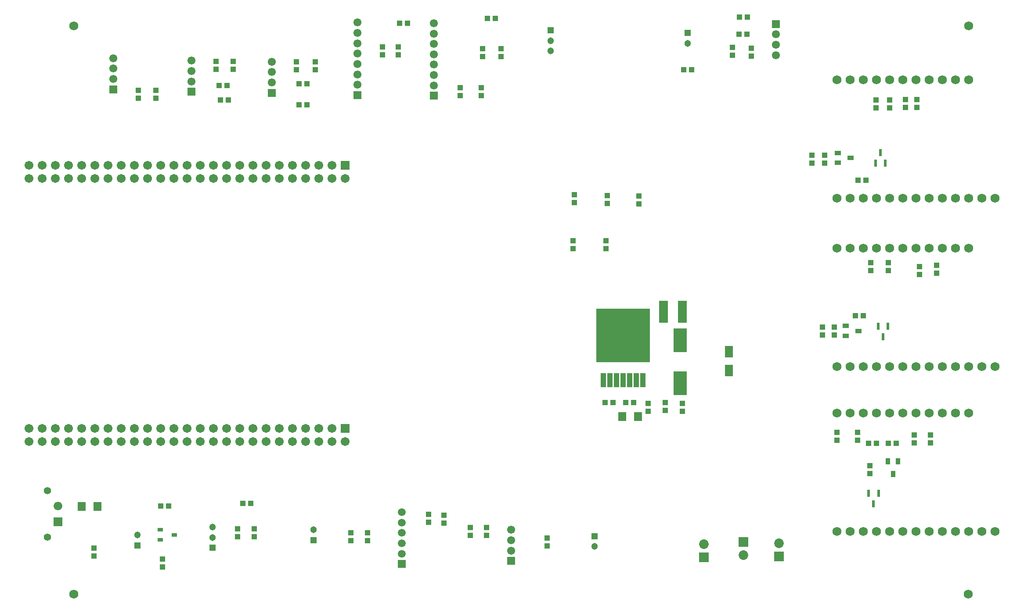
<source format=gbr>
%TF.GenerationSoftware,Altium Limited,Altium Designer,20.2.5 (213)*%
G04 Layer_Color=8388736*
%FSLAX26Y26*%
%MOIN*%
%TF.SameCoordinates,9BAFD9CD-774C-4051-972E-F2DD54F50950*%
%TF.FilePolarity,Negative*%
%TF.FileFunction,Soldermask,Top*%
%TF.Part,Single*%
G01*
G75*
%TA.AperFunction,SMDPad,CuDef*%
%ADD13R,0.064173X0.085843*%
%ADD14R,0.022000X0.052000*%
%TA.AperFunction,ComponentPad*%
%ADD42C,0.068000*%
%ADD43C,0.051276*%
%ADD44R,0.051276X0.051276*%
%ADD45R,0.061150X0.061150*%
%ADD46C,0.061150*%
%ADD47C,0.067370*%
%ADD48R,0.067370X0.067370*%
%ADD49R,0.072961X0.072961*%
%ADD50C,0.072961*%
%ADD51R,0.065843X0.065843*%
%ADD52C,0.065843*%
%ADD53C,0.056000*%
%ADD54R,0.059496X0.059496*%
%ADD55C,0.059496*%
%TA.AperFunction,ViaPad*%
%ADD56C,0.068000*%
%TA.AperFunction,SMDPad,CuDef*%
%ADD61R,0.059180X0.070990*%
%ADD62R,0.039500X0.039500*%
%ADD63R,0.102488X0.179260*%
%ADD64R,0.067055X0.165480*%
%ADD65R,0.039500X0.039500*%
%ADD66R,0.039496X0.031622*%
%ADD67R,0.047370X0.035559*%
%ADD68R,0.408000X0.408000*%
%ADD69R,0.039000X0.111000*%
%ADD70R,0.035559X0.047370*%
D13*
X5805000Y2596882D02*
D03*
Y2743118D02*
D03*
D14*
X6939803Y1665000D02*
D03*
X6865000D02*
D03*
X6902402Y1585000D02*
D03*
X6975000Y2855000D02*
D03*
X6937598Y2935000D02*
D03*
X7012402D02*
D03*
X6953661Y4255000D02*
D03*
X6991063Y4175000D02*
D03*
X6916260D02*
D03*
D42*
X7825000Y3910000D02*
D03*
X7725000D02*
D03*
X7625000D02*
D03*
X7525000D02*
D03*
X7425000D02*
D03*
X7325000D02*
D03*
X7225000D02*
D03*
X7125000D02*
D03*
X7025000D02*
D03*
X6925000D02*
D03*
X6825000D02*
D03*
X6725000D02*
D03*
X6625000D02*
D03*
X7825000Y2630000D02*
D03*
X7725000D02*
D03*
X7625000D02*
D03*
X7525000D02*
D03*
X7425000D02*
D03*
X7325000D02*
D03*
X7225000D02*
D03*
X7125000D02*
D03*
X7025000D02*
D03*
X6925000D02*
D03*
X6825000D02*
D03*
X6725000D02*
D03*
X6625000D02*
D03*
Y4810000D02*
D03*
X6725000D02*
D03*
X6825000D02*
D03*
X6925000D02*
D03*
X7025000D02*
D03*
X7125000D02*
D03*
X7225000D02*
D03*
X7325000D02*
D03*
X7425000D02*
D03*
X7525000D02*
D03*
X7625000D02*
D03*
Y2275000D02*
D03*
X7525000D02*
D03*
X7425000D02*
D03*
X7325000D02*
D03*
X7225000D02*
D03*
X7125000D02*
D03*
X7025000D02*
D03*
X6925000D02*
D03*
X6825000D02*
D03*
X6725000D02*
D03*
X6625000D02*
D03*
X7625000Y3530000D02*
D03*
X7525000D02*
D03*
X7425000D02*
D03*
X7325000D02*
D03*
X7225000D02*
D03*
X7125000D02*
D03*
X7025000D02*
D03*
X6925000D02*
D03*
X6825000D02*
D03*
X6725000D02*
D03*
X6625000D02*
D03*
Y1375000D02*
D03*
X6725000D02*
D03*
X6825000D02*
D03*
X6925000D02*
D03*
X7025000D02*
D03*
X7125000D02*
D03*
X7225000D02*
D03*
X7325000D02*
D03*
X7425000D02*
D03*
X7525000D02*
D03*
X7625000D02*
D03*
X7725000D02*
D03*
X7825000D02*
D03*
D43*
X1885000Y1408740D02*
D03*
Y1330000D02*
D03*
X1315000Y1348740D02*
D03*
X4785000Y1261260D02*
D03*
X4450000Y5027520D02*
D03*
Y5106260D02*
D03*
X2650000Y1388740D02*
D03*
X5490000Y5085000D02*
D03*
D44*
X1885000Y1251260D02*
D03*
X1315000Y1270000D02*
D03*
X4785000Y1340000D02*
D03*
X4450000Y5185000D02*
D03*
X2650000Y1310000D02*
D03*
X5490000Y5163740D02*
D03*
D45*
X4150000Y1151260D02*
D03*
X2985000Y4692520D02*
D03*
X6160000Y5232480D02*
D03*
X1130000Y4736260D02*
D03*
X3565000Y4687520D02*
D03*
X2335000Y4710000D02*
D03*
X1725000Y4717520D02*
D03*
D46*
X4150000Y1230000D02*
D03*
Y1308740D02*
D03*
Y1387480D02*
D03*
X2985000Y5243702D02*
D03*
Y5164960D02*
D03*
Y5086220D02*
D03*
Y5007480D02*
D03*
Y4928740D02*
D03*
Y4850000D02*
D03*
Y4771260D02*
D03*
X6160000Y4996260D02*
D03*
Y5075000D02*
D03*
Y5153740D02*
D03*
X1130000Y4972480D02*
D03*
Y4893740D02*
D03*
Y4815000D02*
D03*
X3565000Y4766260D02*
D03*
Y4845000D02*
D03*
Y4923740D02*
D03*
Y5002480D02*
D03*
Y5081220D02*
D03*
Y5159960D02*
D03*
Y5238700D02*
D03*
X2335000Y4788740D02*
D03*
Y4867480D02*
D03*
Y4946220D02*
D03*
X1725000Y4796260D02*
D03*
Y4875000D02*
D03*
Y4953740D02*
D03*
D47*
X490000Y2060000D02*
D03*
Y2160000D02*
D03*
X590000Y2060000D02*
D03*
Y2160000D02*
D03*
X690000Y2060000D02*
D03*
Y2160000D02*
D03*
X790000Y2060000D02*
D03*
Y2160000D02*
D03*
X890000Y2060000D02*
D03*
Y2160000D02*
D03*
X990000Y2060000D02*
D03*
Y2160000D02*
D03*
X1090000Y2060000D02*
D03*
Y2160000D02*
D03*
X1190000Y2060000D02*
D03*
Y2160000D02*
D03*
X1290000Y2060000D02*
D03*
Y2160000D02*
D03*
X1390000Y2060000D02*
D03*
Y2160000D02*
D03*
X1490000Y2060000D02*
D03*
Y2160000D02*
D03*
X1590000Y2060000D02*
D03*
Y2160000D02*
D03*
X1690000Y2060000D02*
D03*
Y2160000D02*
D03*
X1790000Y2060000D02*
D03*
Y2160000D02*
D03*
X1890000Y2060000D02*
D03*
Y2160000D02*
D03*
X1990000Y2060000D02*
D03*
Y2160000D02*
D03*
X2090000Y2060000D02*
D03*
Y2160000D02*
D03*
X2190000Y2060000D02*
D03*
Y2160000D02*
D03*
X2290000Y2060000D02*
D03*
Y2160000D02*
D03*
X2390000Y2060000D02*
D03*
Y2160000D02*
D03*
X2490000Y2060000D02*
D03*
Y2160000D02*
D03*
X2590000Y2060000D02*
D03*
Y2160000D02*
D03*
X2690000Y2060000D02*
D03*
Y2160000D02*
D03*
X2790000Y2060000D02*
D03*
Y2160000D02*
D03*
X2890000Y2060000D02*
D03*
X490000Y4060000D02*
D03*
Y4160000D02*
D03*
X590000Y4060000D02*
D03*
Y4160000D02*
D03*
X690000Y4060000D02*
D03*
Y4160000D02*
D03*
X790000Y4060000D02*
D03*
Y4160000D02*
D03*
X890000Y4060000D02*
D03*
Y4160000D02*
D03*
X990000Y4060000D02*
D03*
Y4160000D02*
D03*
X1090000Y4060000D02*
D03*
Y4160000D02*
D03*
X1190000Y4060000D02*
D03*
Y4160000D02*
D03*
X1290000Y4060000D02*
D03*
Y4160000D02*
D03*
X1390000Y4060000D02*
D03*
Y4160000D02*
D03*
X1490000Y4060000D02*
D03*
Y4160000D02*
D03*
X1590000Y4060000D02*
D03*
Y4160000D02*
D03*
X1690000Y4060000D02*
D03*
Y4160000D02*
D03*
X1790000Y4060000D02*
D03*
Y4160000D02*
D03*
X1890000Y4060000D02*
D03*
Y4160000D02*
D03*
X1990000Y4060000D02*
D03*
Y4160000D02*
D03*
X2090000Y4060000D02*
D03*
Y4160000D02*
D03*
X2190000Y4060000D02*
D03*
Y4160000D02*
D03*
X2290000Y4060000D02*
D03*
Y4160000D02*
D03*
X2390000Y4060000D02*
D03*
Y4160000D02*
D03*
X2490000Y4060000D02*
D03*
Y4160000D02*
D03*
X2590000Y4060000D02*
D03*
Y4160000D02*
D03*
X2690000Y4060000D02*
D03*
Y4160000D02*
D03*
X2790000Y4060000D02*
D03*
Y4160000D02*
D03*
X2890000Y4060000D02*
D03*
D48*
Y2160000D02*
D03*
Y4160000D02*
D03*
D49*
X6185000Y1185000D02*
D03*
X5915000Y1295000D02*
D03*
X5615000Y1180000D02*
D03*
D50*
X6185000Y1285000D02*
D03*
X5915000Y1195000D02*
D03*
X5615000Y1280000D02*
D03*
D51*
X710000Y1450000D02*
D03*
D52*
Y1568110D02*
D03*
D53*
X632834Y1331890D02*
D03*
Y1686220D02*
D03*
D54*
X3320000Y1127520D02*
D03*
D55*
Y1206260D02*
D03*
Y1285000D02*
D03*
Y1363740D02*
D03*
Y1442480D02*
D03*
Y1521220D02*
D03*
D56*
X830000Y900000D02*
D03*
X7620000D02*
D03*
X7625000Y5220000D02*
D03*
X830000D02*
D03*
D61*
X4995000Y2250000D02*
D03*
X5115000D02*
D03*
X1010000Y1565000D02*
D03*
X890000D02*
D03*
D62*
X7335000Y2110000D02*
D03*
Y2050000D02*
D03*
X7210000Y2110000D02*
D03*
Y2050000D02*
D03*
X6625000Y2130000D02*
D03*
Y2070000D02*
D03*
X6780000Y2130000D02*
D03*
Y2070000D02*
D03*
X6880000Y3420000D02*
D03*
Y3360000D02*
D03*
X7015000Y3420000D02*
D03*
Y3360000D02*
D03*
X7380000Y3400000D02*
D03*
Y3340000D02*
D03*
X7250000Y3390000D02*
D03*
Y3330000D02*
D03*
X7230000Y4660000D02*
D03*
Y4600000D02*
D03*
X7145000Y4660000D02*
D03*
Y4600000D02*
D03*
X7025000Y4655000D02*
D03*
Y4595000D02*
D03*
X6920000Y4655000D02*
D03*
Y4595000D02*
D03*
X1505000Y1105000D02*
D03*
Y1165000D02*
D03*
X4425000Y1325000D02*
D03*
Y1265000D02*
D03*
X3965000Y1345000D02*
D03*
Y1405000D02*
D03*
X3840000D02*
D03*
Y1345000D02*
D03*
X985000Y1190000D02*
D03*
Y1250000D02*
D03*
X4870000Y3525000D02*
D03*
Y3585000D02*
D03*
X4620000Y3525000D02*
D03*
Y3585000D02*
D03*
X4880000Y3870000D02*
D03*
Y3930000D02*
D03*
X4630000Y3875000D02*
D03*
Y3935000D02*
D03*
X5830000Y5055000D02*
D03*
Y4995000D02*
D03*
X5975000Y5050000D02*
D03*
Y4990000D02*
D03*
X4075000Y5045000D02*
D03*
Y4985000D02*
D03*
X3935000Y5045000D02*
D03*
Y4985000D02*
D03*
X1455000Y4670000D02*
D03*
Y4730000D02*
D03*
X1320000Y4670000D02*
D03*
Y4730000D02*
D03*
X3765000Y4750000D02*
D03*
Y4690000D02*
D03*
X3925000Y4750000D02*
D03*
Y4690000D02*
D03*
X3640000Y1500000D02*
D03*
Y1440000D02*
D03*
X3525000Y1505000D02*
D03*
Y1445000D02*
D03*
X2520000Y4945000D02*
D03*
Y4885000D02*
D03*
X2665000Y4945000D02*
D03*
Y4885000D02*
D03*
X2040000Y4950000D02*
D03*
Y4890000D02*
D03*
X1910000Y4950000D02*
D03*
Y4890000D02*
D03*
X2075000Y1395000D02*
D03*
Y1335000D02*
D03*
X2200000Y1395000D02*
D03*
Y1335000D02*
D03*
X5190000Y2290000D02*
D03*
Y2350000D02*
D03*
X5320000Y2295000D02*
D03*
Y2355000D02*
D03*
X5450000Y2290000D02*
D03*
Y2350000D02*
D03*
X6875000Y1815000D02*
D03*
Y1875000D02*
D03*
X6515000Y2930000D02*
D03*
Y2870000D02*
D03*
X6605000Y2930000D02*
D03*
Y2870000D02*
D03*
X6530000Y4235000D02*
D03*
Y4175000D02*
D03*
X6435000Y4235000D02*
D03*
Y4175000D02*
D03*
X5120000Y3925000D02*
D03*
Y3865000D02*
D03*
X3060000Y1305000D02*
D03*
Y1365000D02*
D03*
X3175000Y5000000D02*
D03*
Y5060000D02*
D03*
X3295000Y5000000D02*
D03*
Y5060000D02*
D03*
X2935000Y1305000D02*
D03*
Y1365000D02*
D03*
D63*
X5435000Y2828386D02*
D03*
Y2501614D02*
D03*
D64*
X5309134Y3045000D02*
D03*
X5450866D02*
D03*
D65*
X1490000Y1570000D02*
D03*
X1550000D02*
D03*
X5880000Y5155000D02*
D03*
X5940000D02*
D03*
X5885000Y5285000D02*
D03*
X5945000D02*
D03*
X3305000Y5240000D02*
D03*
X3365000D02*
D03*
X3970000Y5275000D02*
D03*
X4030000D02*
D03*
X2540000Y4620000D02*
D03*
X2600000D02*
D03*
X2540000Y4780000D02*
D03*
X2600000D02*
D03*
X1935000Y4765000D02*
D03*
X1995000D02*
D03*
X2005000Y4655000D02*
D03*
X1945000D02*
D03*
X5460000Y4885000D02*
D03*
X5520000D02*
D03*
X2175000Y1590000D02*
D03*
X2115000D02*
D03*
X5020000Y2355000D02*
D03*
X5080000D02*
D03*
X4925000D02*
D03*
X4865000D02*
D03*
X6925000Y2045000D02*
D03*
X6865000D02*
D03*
X7075000D02*
D03*
X7015000D02*
D03*
X6825000Y3015000D02*
D03*
X6765000D02*
D03*
X6845000Y4045000D02*
D03*
X6785000D02*
D03*
D66*
X1486850Y1387402D02*
D03*
Y1312598D02*
D03*
X1593150Y1350000D02*
D03*
D67*
X6727244Y4215000D02*
D03*
X6632756Y4177598D02*
D03*
Y4252402D02*
D03*
X6787244Y2900000D02*
D03*
X6692756Y2862598D02*
D03*
Y2937402D02*
D03*
D68*
X5000000Y2865000D02*
D03*
D69*
X5150000Y2525000D02*
D03*
X5100000D02*
D03*
X5050000D02*
D03*
X5000000D02*
D03*
X4950000D02*
D03*
X4900000D02*
D03*
X4850000D02*
D03*
D70*
X7050000Y1812756D02*
D03*
X7012598Y1907244D02*
D03*
X7087402D02*
D03*
%TF.MD5,027307d80c625faf2d224bd517bdd116*%
M02*

</source>
